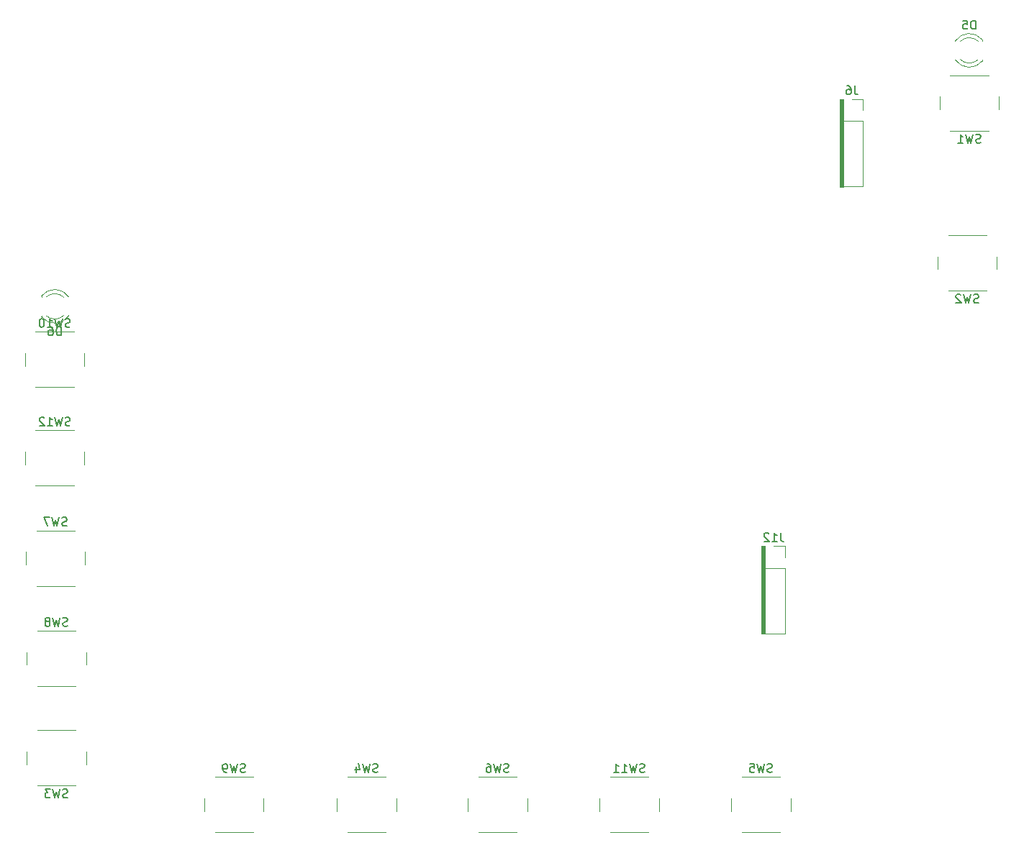
<source format=gbr>
G04 #@! TF.GenerationSoftware,KiCad,Pcbnew,(5.1.5-0-10_14)*
G04 #@! TF.CreationDate,2020-05-11T17:30:39+02:00*
G04 #@! TF.ProjectId,Main_Board_v1_1_smd,4d61696e-5f42-46f6-9172-645f76315f31,rev?*
G04 #@! TF.SameCoordinates,Original*
G04 #@! TF.FileFunction,Legend,Bot*
G04 #@! TF.FilePolarity,Positive*
%FSLAX46Y46*%
G04 Gerber Fmt 4.6, Leading zero omitted, Abs format (unit mm)*
G04 Created by KiCad (PCBNEW (5.1.5-0-10_14)) date 2020-05-11 17:30:39*
%MOMM*%
%LPD*%
G04 APERTURE LIST*
%ADD10C,0.120000*%
%ADD11C,0.100000*%
%ADD12C,0.150000*%
G04 APERTURE END LIST*
D10*
X73157854Y-127969383D02*
X68657854Y-127969383D01*
X74407854Y-123969383D02*
X74407854Y-125469383D01*
X68657854Y-121469383D02*
X73157854Y-121469383D01*
X67407854Y-125469383D02*
X67407854Y-123969383D01*
X30707854Y-84669383D02*
X30707854Y-83169383D01*
X31957854Y-80669383D02*
X36457854Y-80669383D01*
X37707854Y-83169383D02*
X37707854Y-84669383D01*
X36457854Y-87169383D02*
X31957854Y-87169383D01*
X98307854Y-125469383D02*
X98307854Y-123969383D01*
X99557854Y-121469383D02*
X104057854Y-121469383D01*
X105307854Y-123969383D02*
X105307854Y-125469383D01*
X104057854Y-127969383D02*
X99557854Y-127969383D01*
X30707854Y-73069383D02*
X30707854Y-71569383D01*
X31957854Y-69069383D02*
X36457854Y-69069383D01*
X37707854Y-71569383D02*
X37707854Y-73069383D01*
X36457854Y-75569383D02*
X31957854Y-75569383D01*
X51807854Y-125469383D02*
X51807854Y-123969383D01*
X53057854Y-121469383D02*
X57557854Y-121469383D01*
X58807854Y-123969383D02*
X58807854Y-125469383D01*
X57557854Y-127969383D02*
X53057854Y-127969383D01*
X30907854Y-108269383D02*
X30907854Y-106769383D01*
X32157854Y-104269383D02*
X36657854Y-104269383D01*
X37907854Y-106769383D02*
X37907854Y-108269383D01*
X36657854Y-110769383D02*
X32157854Y-110769383D01*
X30807854Y-96469383D02*
X30807854Y-94969383D01*
X32057854Y-92469383D02*
X36557854Y-92469383D01*
X37807854Y-94969383D02*
X37807854Y-96469383D01*
X36557854Y-98969383D02*
X32057854Y-98969383D01*
X82807854Y-125469383D02*
X82807854Y-123969383D01*
X84057854Y-121469383D02*
X88557854Y-121469383D01*
X89807854Y-123969383D02*
X89807854Y-125469383D01*
X88557854Y-127969383D02*
X84057854Y-127969383D01*
X113807854Y-125469383D02*
X113807854Y-123969383D01*
X115057854Y-121469383D02*
X119557854Y-121469383D01*
X120807854Y-123969383D02*
X120807854Y-125469383D01*
X119557854Y-127969383D02*
X115057854Y-127969383D01*
X37907854Y-118469383D02*
X37907854Y-119969383D01*
X36657854Y-122469383D02*
X32157854Y-122469383D01*
X30907854Y-119969383D02*
X30907854Y-118469383D01*
X32157854Y-115969383D02*
X36657854Y-115969383D01*
X32667854Y-64989383D02*
X32667854Y-64833383D01*
X32667854Y-67305383D02*
X32667854Y-67149383D01*
X35268984Y-64989546D02*
G75*
G03X33186893Y-64989383I-1041130J-1079837D01*
G01*
X35268984Y-67149220D02*
G75*
G02X33186893Y-67149383I-1041130J1079837D01*
G01*
X35900189Y-64990775D02*
G75*
G03X32667854Y-64833867I-1672335J-1078608D01*
G01*
X35900189Y-67147991D02*
G75*
G02X32667854Y-67304899I-1672335J1078608D01*
G01*
X145080454Y-60207143D02*
X145080454Y-61707143D01*
X143830454Y-64207143D02*
X139330454Y-64207143D01*
X138080454Y-61707143D02*
X138080454Y-60207143D01*
X139330454Y-57707143D02*
X143830454Y-57707143D01*
X145327854Y-41379383D02*
X145327854Y-42879383D01*
X144077854Y-45379383D02*
X139577854Y-45379383D01*
X138327854Y-42879383D02*
X138327854Y-41379383D01*
X139577854Y-38879383D02*
X144077854Y-38879383D01*
X143380414Y-37017703D02*
X143380414Y-37173703D01*
X143380414Y-34701703D02*
X143380414Y-34857703D01*
X140779284Y-37017540D02*
G75*
G03X142861375Y-37017703I1041130J1079837D01*
G01*
X140779284Y-34857866D02*
G75*
G02X142861375Y-34857703I1041130J-1079837D01*
G01*
X140148079Y-37016311D02*
G75*
G03X143380414Y-37173219I1672335J1078608D01*
G01*
X140148079Y-34859095D02*
G75*
G02X143380414Y-34702187I1672335J-1078608D01*
G01*
D11*
G36*
X117397854Y-104607383D02*
G01*
X117797854Y-104607383D01*
X117797854Y-94307383D01*
X117397854Y-94307383D01*
X117397854Y-104607383D01*
G37*
X117397854Y-104607383D02*
X117797854Y-104607383D01*
X117797854Y-94307383D01*
X117397854Y-94307383D01*
X117397854Y-104607383D01*
G36*
X117497854Y-104507383D02*
G01*
X117697854Y-104507383D01*
X117697854Y-94307383D01*
X117497854Y-94307383D01*
X117497854Y-104507383D01*
G37*
X117497854Y-104507383D02*
X117697854Y-104507383D01*
X117697854Y-94307383D01*
X117497854Y-94307383D01*
X117497854Y-104507383D01*
D10*
X120127854Y-94277383D02*
X118797854Y-94277383D01*
X120127854Y-95607383D02*
X120127854Y-94277383D01*
X120127854Y-96877383D02*
X117467854Y-96877383D01*
X117467854Y-96877383D02*
X117467854Y-104557383D01*
X120127854Y-96877383D02*
X120127854Y-104557383D01*
X120127854Y-104557383D02*
X117467854Y-104557383D01*
D11*
G36*
X126600000Y-52000000D02*
G01*
X127000000Y-52000000D01*
X127000000Y-41700000D01*
X126600000Y-41700000D01*
X126600000Y-52000000D01*
G37*
X126600000Y-52000000D02*
X127000000Y-52000000D01*
X127000000Y-41700000D01*
X126600000Y-41700000D01*
X126600000Y-52000000D01*
G36*
X126700000Y-51900000D02*
G01*
X126900000Y-51900000D01*
X126900000Y-41700000D01*
X126700000Y-41700000D01*
X126700000Y-51900000D01*
G37*
X126700000Y-51900000D02*
X126900000Y-51900000D01*
X126900000Y-41700000D01*
X126700000Y-41700000D01*
X126700000Y-51900000D01*
D10*
X129330000Y-41670000D02*
X128000000Y-41670000D01*
X129330000Y-43000000D02*
X129330000Y-41670000D01*
X129330000Y-44270000D02*
X126670000Y-44270000D01*
X126670000Y-44270000D02*
X126670000Y-51950000D01*
X129330000Y-44270000D02*
X129330000Y-51950000D01*
X129330000Y-51950000D02*
X126670000Y-51950000D01*
D12*
X72241187Y-120874144D02*
X72098330Y-120921763D01*
X71860234Y-120921763D01*
X71764996Y-120874144D01*
X71717377Y-120826525D01*
X71669758Y-120731287D01*
X71669758Y-120636049D01*
X71717377Y-120540811D01*
X71764996Y-120493192D01*
X71860234Y-120445573D01*
X72050711Y-120397954D01*
X72145949Y-120350335D01*
X72193568Y-120302716D01*
X72241187Y-120207478D01*
X72241187Y-120112240D01*
X72193568Y-120017002D01*
X72145949Y-119969383D01*
X72050711Y-119921763D01*
X71812615Y-119921763D01*
X71669758Y-119969383D01*
X71336425Y-119921763D02*
X71098330Y-120921763D01*
X70907854Y-120207478D01*
X70717377Y-120921763D01*
X70479282Y-119921763D01*
X69669758Y-120255097D02*
X69669758Y-120921763D01*
X69907854Y-119874144D02*
X70145949Y-120588430D01*
X69526901Y-120588430D01*
X36017377Y-80074144D02*
X35874520Y-80121763D01*
X35636425Y-80121763D01*
X35541187Y-80074144D01*
X35493568Y-80026525D01*
X35445949Y-79931287D01*
X35445949Y-79836049D01*
X35493568Y-79740811D01*
X35541187Y-79693192D01*
X35636425Y-79645573D01*
X35826901Y-79597954D01*
X35922139Y-79550335D01*
X35969758Y-79502716D01*
X36017377Y-79407478D01*
X36017377Y-79312240D01*
X35969758Y-79217002D01*
X35922139Y-79169383D01*
X35826901Y-79121763D01*
X35588806Y-79121763D01*
X35445949Y-79169383D01*
X35112615Y-79121763D02*
X34874520Y-80121763D01*
X34684044Y-79407478D01*
X34493568Y-80121763D01*
X34255473Y-79121763D01*
X33350711Y-80121763D02*
X33922139Y-80121763D01*
X33636425Y-80121763D02*
X33636425Y-79121763D01*
X33731663Y-79264621D01*
X33826901Y-79359859D01*
X33922139Y-79407478D01*
X32969758Y-79217002D02*
X32922139Y-79169383D01*
X32826901Y-79121763D01*
X32588806Y-79121763D01*
X32493568Y-79169383D01*
X32445949Y-79217002D01*
X32398330Y-79312240D01*
X32398330Y-79407478D01*
X32445949Y-79550335D01*
X33017377Y-80121763D01*
X32398330Y-80121763D01*
X103617377Y-120874144D02*
X103474520Y-120921763D01*
X103236425Y-120921763D01*
X103141187Y-120874144D01*
X103093568Y-120826525D01*
X103045949Y-120731287D01*
X103045949Y-120636049D01*
X103093568Y-120540811D01*
X103141187Y-120493192D01*
X103236425Y-120445573D01*
X103426901Y-120397954D01*
X103522139Y-120350335D01*
X103569758Y-120302716D01*
X103617377Y-120207478D01*
X103617377Y-120112240D01*
X103569758Y-120017002D01*
X103522139Y-119969383D01*
X103426901Y-119921763D01*
X103188806Y-119921763D01*
X103045949Y-119969383D01*
X102712615Y-119921763D02*
X102474520Y-120921763D01*
X102284044Y-120207478D01*
X102093568Y-120921763D01*
X101855473Y-119921763D01*
X100950711Y-120921763D02*
X101522139Y-120921763D01*
X101236425Y-120921763D02*
X101236425Y-119921763D01*
X101331663Y-120064621D01*
X101426901Y-120159859D01*
X101522139Y-120207478D01*
X99998330Y-120921763D02*
X100569758Y-120921763D01*
X100284044Y-120921763D02*
X100284044Y-119921763D01*
X100379282Y-120064621D01*
X100474520Y-120159859D01*
X100569758Y-120207478D01*
X36017377Y-68474144D02*
X35874520Y-68521763D01*
X35636425Y-68521763D01*
X35541187Y-68474144D01*
X35493568Y-68426525D01*
X35445949Y-68331287D01*
X35445949Y-68236049D01*
X35493568Y-68140811D01*
X35541187Y-68093192D01*
X35636425Y-68045573D01*
X35826901Y-67997954D01*
X35922139Y-67950335D01*
X35969758Y-67902716D01*
X36017377Y-67807478D01*
X36017377Y-67712240D01*
X35969758Y-67617002D01*
X35922139Y-67569383D01*
X35826901Y-67521763D01*
X35588806Y-67521763D01*
X35445949Y-67569383D01*
X35112615Y-67521763D02*
X34874520Y-68521763D01*
X34684044Y-67807478D01*
X34493568Y-68521763D01*
X34255473Y-67521763D01*
X33350711Y-68521763D02*
X33922139Y-68521763D01*
X33636425Y-68521763D02*
X33636425Y-67521763D01*
X33731663Y-67664621D01*
X33826901Y-67759859D01*
X33922139Y-67807478D01*
X32731663Y-67521763D02*
X32636425Y-67521763D01*
X32541187Y-67569383D01*
X32493568Y-67617002D01*
X32445949Y-67712240D01*
X32398330Y-67902716D01*
X32398330Y-68140811D01*
X32445949Y-68331287D01*
X32493568Y-68426525D01*
X32541187Y-68474144D01*
X32636425Y-68521763D01*
X32731663Y-68521763D01*
X32826901Y-68474144D01*
X32874520Y-68426525D01*
X32922139Y-68331287D01*
X32969758Y-68140811D01*
X32969758Y-67902716D01*
X32922139Y-67712240D01*
X32874520Y-67617002D01*
X32826901Y-67569383D01*
X32731663Y-67521763D01*
X56641187Y-120874144D02*
X56498330Y-120921763D01*
X56260234Y-120921763D01*
X56164996Y-120874144D01*
X56117377Y-120826525D01*
X56069758Y-120731287D01*
X56069758Y-120636049D01*
X56117377Y-120540811D01*
X56164996Y-120493192D01*
X56260234Y-120445573D01*
X56450711Y-120397954D01*
X56545949Y-120350335D01*
X56593568Y-120302716D01*
X56641187Y-120207478D01*
X56641187Y-120112240D01*
X56593568Y-120017002D01*
X56545949Y-119969383D01*
X56450711Y-119921763D01*
X56212615Y-119921763D01*
X56069758Y-119969383D01*
X55736425Y-119921763D02*
X55498330Y-120921763D01*
X55307854Y-120207478D01*
X55117377Y-120921763D01*
X54879282Y-119921763D01*
X54450711Y-120921763D02*
X54260234Y-120921763D01*
X54164996Y-120874144D01*
X54117377Y-120826525D01*
X54022139Y-120683668D01*
X53974520Y-120493192D01*
X53974520Y-120112240D01*
X54022139Y-120017002D01*
X54069758Y-119969383D01*
X54164996Y-119921763D01*
X54355473Y-119921763D01*
X54450711Y-119969383D01*
X54498330Y-120017002D01*
X54545949Y-120112240D01*
X54545949Y-120350335D01*
X54498330Y-120445573D01*
X54450711Y-120493192D01*
X54355473Y-120540811D01*
X54164996Y-120540811D01*
X54069758Y-120493192D01*
X54022139Y-120445573D01*
X53974520Y-120350335D01*
X35741187Y-103674144D02*
X35598330Y-103721763D01*
X35360234Y-103721763D01*
X35264996Y-103674144D01*
X35217377Y-103626525D01*
X35169758Y-103531287D01*
X35169758Y-103436049D01*
X35217377Y-103340811D01*
X35264996Y-103293192D01*
X35360234Y-103245573D01*
X35550711Y-103197954D01*
X35645949Y-103150335D01*
X35693568Y-103102716D01*
X35741187Y-103007478D01*
X35741187Y-102912240D01*
X35693568Y-102817002D01*
X35645949Y-102769383D01*
X35550711Y-102721763D01*
X35312615Y-102721763D01*
X35169758Y-102769383D01*
X34836425Y-102721763D02*
X34598330Y-103721763D01*
X34407854Y-103007478D01*
X34217377Y-103721763D01*
X33979282Y-102721763D01*
X33455473Y-103150335D02*
X33550711Y-103102716D01*
X33598330Y-103055097D01*
X33645949Y-102959859D01*
X33645949Y-102912240D01*
X33598330Y-102817002D01*
X33550711Y-102769383D01*
X33455473Y-102721763D01*
X33264996Y-102721763D01*
X33169758Y-102769383D01*
X33122139Y-102817002D01*
X33074520Y-102912240D01*
X33074520Y-102959859D01*
X33122139Y-103055097D01*
X33169758Y-103102716D01*
X33264996Y-103150335D01*
X33455473Y-103150335D01*
X33550711Y-103197954D01*
X33598330Y-103245573D01*
X33645949Y-103340811D01*
X33645949Y-103531287D01*
X33598330Y-103626525D01*
X33550711Y-103674144D01*
X33455473Y-103721763D01*
X33264996Y-103721763D01*
X33169758Y-103674144D01*
X33122139Y-103626525D01*
X33074520Y-103531287D01*
X33074520Y-103340811D01*
X33122139Y-103245573D01*
X33169758Y-103197954D01*
X33264996Y-103150335D01*
X35641187Y-91874144D02*
X35498330Y-91921763D01*
X35260234Y-91921763D01*
X35164996Y-91874144D01*
X35117377Y-91826525D01*
X35069758Y-91731287D01*
X35069758Y-91636049D01*
X35117377Y-91540811D01*
X35164996Y-91493192D01*
X35260234Y-91445573D01*
X35450711Y-91397954D01*
X35545949Y-91350335D01*
X35593568Y-91302716D01*
X35641187Y-91207478D01*
X35641187Y-91112240D01*
X35593568Y-91017002D01*
X35545949Y-90969383D01*
X35450711Y-90921763D01*
X35212615Y-90921763D01*
X35069758Y-90969383D01*
X34736425Y-90921763D02*
X34498330Y-91921763D01*
X34307854Y-91207478D01*
X34117377Y-91921763D01*
X33879282Y-90921763D01*
X33593568Y-90921763D02*
X32926901Y-90921763D01*
X33355473Y-91921763D01*
X87641187Y-120874144D02*
X87498330Y-120921763D01*
X87260234Y-120921763D01*
X87164996Y-120874144D01*
X87117377Y-120826525D01*
X87069758Y-120731287D01*
X87069758Y-120636049D01*
X87117377Y-120540811D01*
X87164996Y-120493192D01*
X87260234Y-120445573D01*
X87450711Y-120397954D01*
X87545949Y-120350335D01*
X87593568Y-120302716D01*
X87641187Y-120207478D01*
X87641187Y-120112240D01*
X87593568Y-120017002D01*
X87545949Y-119969383D01*
X87450711Y-119921763D01*
X87212615Y-119921763D01*
X87069758Y-119969383D01*
X86736425Y-119921763D02*
X86498330Y-120921763D01*
X86307854Y-120207478D01*
X86117377Y-120921763D01*
X85879282Y-119921763D01*
X85069758Y-119921763D02*
X85260234Y-119921763D01*
X85355473Y-119969383D01*
X85403092Y-120017002D01*
X85498330Y-120159859D01*
X85545949Y-120350335D01*
X85545949Y-120731287D01*
X85498330Y-120826525D01*
X85450711Y-120874144D01*
X85355473Y-120921763D01*
X85164996Y-120921763D01*
X85069758Y-120874144D01*
X85022139Y-120826525D01*
X84974520Y-120731287D01*
X84974520Y-120493192D01*
X85022139Y-120397954D01*
X85069758Y-120350335D01*
X85164996Y-120302716D01*
X85355473Y-120302716D01*
X85450711Y-120350335D01*
X85498330Y-120397954D01*
X85545949Y-120493192D01*
X118641187Y-120874144D02*
X118498330Y-120921763D01*
X118260234Y-120921763D01*
X118164996Y-120874144D01*
X118117377Y-120826525D01*
X118069758Y-120731287D01*
X118069758Y-120636049D01*
X118117377Y-120540811D01*
X118164996Y-120493192D01*
X118260234Y-120445573D01*
X118450711Y-120397954D01*
X118545949Y-120350335D01*
X118593568Y-120302716D01*
X118641187Y-120207478D01*
X118641187Y-120112240D01*
X118593568Y-120017002D01*
X118545949Y-119969383D01*
X118450711Y-119921763D01*
X118212615Y-119921763D01*
X118069758Y-119969383D01*
X117736425Y-119921763D02*
X117498330Y-120921763D01*
X117307854Y-120207478D01*
X117117377Y-120921763D01*
X116879282Y-119921763D01*
X116022139Y-119921763D02*
X116498330Y-119921763D01*
X116545949Y-120397954D01*
X116498330Y-120350335D01*
X116403092Y-120302716D01*
X116164996Y-120302716D01*
X116069758Y-120350335D01*
X116022139Y-120397954D01*
X115974520Y-120493192D01*
X115974520Y-120731287D01*
X116022139Y-120826525D01*
X116069758Y-120874144D01*
X116164996Y-120921763D01*
X116403092Y-120921763D01*
X116498330Y-120874144D01*
X116545949Y-120826525D01*
X35741187Y-123874144D02*
X35598330Y-123921763D01*
X35360234Y-123921763D01*
X35264996Y-123874144D01*
X35217377Y-123826525D01*
X35169758Y-123731287D01*
X35169758Y-123636049D01*
X35217377Y-123540811D01*
X35264996Y-123493192D01*
X35360234Y-123445573D01*
X35550711Y-123397954D01*
X35645949Y-123350335D01*
X35693568Y-123302716D01*
X35741187Y-123207478D01*
X35741187Y-123112240D01*
X35693568Y-123017002D01*
X35645949Y-122969383D01*
X35550711Y-122921763D01*
X35312615Y-122921763D01*
X35169758Y-122969383D01*
X34836425Y-122921763D02*
X34598330Y-123921763D01*
X34407854Y-123207478D01*
X34217377Y-123921763D01*
X33979282Y-122921763D01*
X33693568Y-122921763D02*
X33074520Y-122921763D01*
X33407854Y-123302716D01*
X33264996Y-123302716D01*
X33169758Y-123350335D01*
X33122139Y-123397954D01*
X33074520Y-123493192D01*
X33074520Y-123731287D01*
X33122139Y-123826525D01*
X33169758Y-123874144D01*
X33264996Y-123921763D01*
X33550711Y-123921763D01*
X33645949Y-123874144D01*
X33693568Y-123826525D01*
X34965949Y-69481763D02*
X34965949Y-68481763D01*
X34727854Y-68481763D01*
X34584996Y-68529383D01*
X34489758Y-68624621D01*
X34442139Y-68719859D01*
X34394520Y-68910335D01*
X34394520Y-69053192D01*
X34442139Y-69243668D01*
X34489758Y-69338906D01*
X34584996Y-69434144D01*
X34727854Y-69481763D01*
X34965949Y-69481763D01*
X33537377Y-68481763D02*
X33727854Y-68481763D01*
X33823092Y-68529383D01*
X33870711Y-68577002D01*
X33965949Y-68719859D01*
X34013568Y-68910335D01*
X34013568Y-69291287D01*
X33965949Y-69386525D01*
X33918330Y-69434144D01*
X33823092Y-69481763D01*
X33632615Y-69481763D01*
X33537377Y-69434144D01*
X33489758Y-69386525D01*
X33442139Y-69291287D01*
X33442139Y-69053192D01*
X33489758Y-68957954D01*
X33537377Y-68910335D01*
X33632615Y-68862716D01*
X33823092Y-68862716D01*
X33918330Y-68910335D01*
X33965949Y-68957954D01*
X34013568Y-69053192D01*
X142913787Y-65611904D02*
X142770930Y-65659523D01*
X142532834Y-65659523D01*
X142437596Y-65611904D01*
X142389977Y-65564285D01*
X142342358Y-65469047D01*
X142342358Y-65373809D01*
X142389977Y-65278571D01*
X142437596Y-65230952D01*
X142532834Y-65183333D01*
X142723311Y-65135714D01*
X142818549Y-65088095D01*
X142866168Y-65040476D01*
X142913787Y-64945238D01*
X142913787Y-64850000D01*
X142866168Y-64754762D01*
X142818549Y-64707143D01*
X142723311Y-64659523D01*
X142485215Y-64659523D01*
X142342358Y-64707143D01*
X142009025Y-64659523D02*
X141770930Y-65659523D01*
X141580454Y-64945238D01*
X141389977Y-65659523D01*
X141151882Y-64659523D01*
X140818549Y-64754762D02*
X140770930Y-64707143D01*
X140675692Y-64659523D01*
X140437596Y-64659523D01*
X140342358Y-64707143D01*
X140294739Y-64754762D01*
X140247120Y-64850000D01*
X140247120Y-64945238D01*
X140294739Y-65088095D01*
X140866168Y-65659523D01*
X140247120Y-65659523D01*
X143161187Y-46784144D02*
X143018330Y-46831763D01*
X142780234Y-46831763D01*
X142684996Y-46784144D01*
X142637377Y-46736525D01*
X142589758Y-46641287D01*
X142589758Y-46546049D01*
X142637377Y-46450811D01*
X142684996Y-46403192D01*
X142780234Y-46355573D01*
X142970711Y-46307954D01*
X143065949Y-46260335D01*
X143113568Y-46212716D01*
X143161187Y-46117478D01*
X143161187Y-46022240D01*
X143113568Y-45927002D01*
X143065949Y-45879383D01*
X142970711Y-45831763D01*
X142732615Y-45831763D01*
X142589758Y-45879383D01*
X142256425Y-45831763D02*
X142018330Y-46831763D01*
X141827854Y-46117478D01*
X141637377Y-46831763D01*
X141399282Y-45831763D01*
X140494520Y-46831763D02*
X141065949Y-46831763D01*
X140780234Y-46831763D02*
X140780234Y-45831763D01*
X140875473Y-45974621D01*
X140970711Y-46069859D01*
X141065949Y-46117478D01*
X142558509Y-33430083D02*
X142558509Y-32430083D01*
X142320414Y-32430083D01*
X142177556Y-32477703D01*
X142082318Y-32572941D01*
X142034699Y-32668179D01*
X141987080Y-32858655D01*
X141987080Y-33001512D01*
X142034699Y-33191988D01*
X142082318Y-33287226D01*
X142177556Y-33382464D01*
X142320414Y-33430083D01*
X142558509Y-33430083D01*
X141082318Y-32430083D02*
X141558509Y-32430083D01*
X141606128Y-32906274D01*
X141558509Y-32858655D01*
X141463271Y-32811036D01*
X141225175Y-32811036D01*
X141129937Y-32858655D01*
X141082318Y-32906274D01*
X141034699Y-33001512D01*
X141034699Y-33239607D01*
X141082318Y-33334845D01*
X141129937Y-33382464D01*
X141225175Y-33430083D01*
X141463271Y-33430083D01*
X141558509Y-33382464D01*
X141606128Y-33334845D01*
X119607377Y-92729763D02*
X119607377Y-93444049D01*
X119654996Y-93586906D01*
X119750234Y-93682144D01*
X119893092Y-93729763D01*
X119988330Y-93729763D01*
X118607377Y-93729763D02*
X119178806Y-93729763D01*
X118893092Y-93729763D02*
X118893092Y-92729763D01*
X118988330Y-92872621D01*
X119083568Y-92967859D01*
X119178806Y-93015478D01*
X118226425Y-92825002D02*
X118178806Y-92777383D01*
X118083568Y-92729763D01*
X117845473Y-92729763D01*
X117750234Y-92777383D01*
X117702615Y-92825002D01*
X117654996Y-92920240D01*
X117654996Y-93015478D01*
X117702615Y-93158335D01*
X118274044Y-93729763D01*
X117654996Y-93729763D01*
X128333333Y-40122380D02*
X128333333Y-40836666D01*
X128380952Y-40979523D01*
X128476190Y-41074761D01*
X128619047Y-41122380D01*
X128714285Y-41122380D01*
X127428571Y-40122380D02*
X127619047Y-40122380D01*
X127714285Y-40170000D01*
X127761904Y-40217619D01*
X127857142Y-40360476D01*
X127904761Y-40550952D01*
X127904761Y-40931904D01*
X127857142Y-41027142D01*
X127809523Y-41074761D01*
X127714285Y-41122380D01*
X127523809Y-41122380D01*
X127428571Y-41074761D01*
X127380952Y-41027142D01*
X127333333Y-40931904D01*
X127333333Y-40693809D01*
X127380952Y-40598571D01*
X127428571Y-40550952D01*
X127523809Y-40503333D01*
X127714285Y-40503333D01*
X127809523Y-40550952D01*
X127857142Y-40598571D01*
X127904761Y-40693809D01*
M02*

</source>
